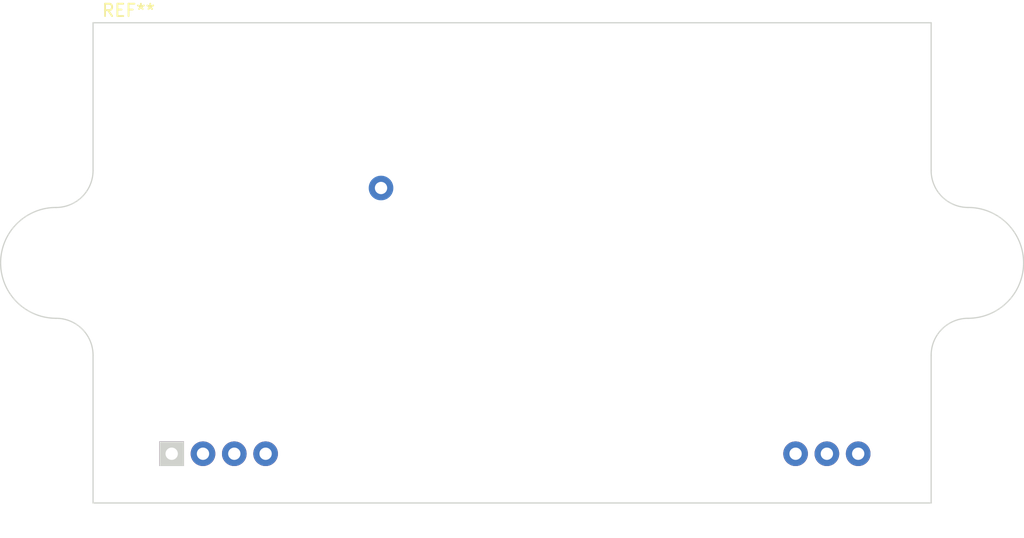
<source format=kicad_pcb>
(kicad_pcb (version 20240108) (generator "pcbnew") (generator_version "8.0")
  (layers (0 "F.Cu" signal) (1 "In1.Cu" signal) (2 "In2.Cu" signal) (31 "B.Cu" signal) (34 "B.Paste" user) (35 "F.Paste" user) (36 "B.SilkS" user "B.Silkscreen") (37 "F.SilkS" user "F.Silkscreen") (38 "B.Mask" user) (39 "F.Mask" user) (44 "Edge.Cuts" user))
  (net 0 "")
  (footprint "Audio_Module:Reverb_BTDR-1H" (layer "F.Cu") (at 142.24 81.28)
    (property "Reference" "REF**" (at -3.5 -36 0) (layer "F.SilkS"))
    (property "Value" "Reverb_BTDR-1H")
    (fp_line (start -6.38 -35) (end 61.62 -35) (stroke (width 0.1)) (layer "Edge.Cuts"))
    (fp_line (start -6.38 -23) (end -6.38 -35) (stroke (width 0.1)) (layer "Edge.Cuts"))
    (fp_line (start -6.38 -8) (end -6.38 4) (stroke (width 0.1)) (layer "Edge.Cuts"))
    (fp_line (start -6.38 4) (end 61.62 4) (stroke (width 0.1)) (layer "Edge.Cuts"))
    (fp_line (start 61.62 -35) (end 61.62 -23) (stroke (width 0.1)) (layer "Edge.Cuts"))
    (fp_line (start 61.62 -8) (end 61.62 4) (stroke (width 0.1)) (layer "Edge.Cuts"))
    (fp_arc (start -9.38 -11) (mid -13.88 -15.5) (end -9.38 -20) (stroke (width 0.1)) (layer "Edge.Cuts"))
    (fp_arc (start -9.38 -11) (mid -7.25868 -10.12132) (end -6.38 -8) (stroke (width 0.1)) (layer "Edge.Cuts"))
    (fp_arc (start -6.38 -23) (mid -7.25868 -20.87868) (end -9.38 -20) (stroke (width 0.1)) (layer "Edge.Cuts"))
    (fp_arc (start 61.62 -8) (mid 62.49868 -10.12132) (end 64.62 -11) (stroke (width 0.1)) (layer "Edge.Cuts"))
    (fp_arc (start 64.62 -20) (mid 62.49868 -20.87868) (end 61.62 -23) (stroke (width 0.1)) (layer "Edge.Cuts"))
    (fp_arc (start 64.62 -20) (mid 69.12 -15.5) (end 64.62 -11) (stroke (width 0.1)) (layer "Edge.Cuts"))
    (pad "" np_thru_hole circle (at -9.38 -15.5) (size 3.7 3.7) (drill 3.7) (layers "*.Cu" "*.Mask"))
    (pad "" np_thru_hole circle (at 64.62 -15.5) (size 3.7 3.7) (drill 3.7) (layers "*.Cu" "*.Mask"))
    (pad "1" thru_hole rect (at 0 0) (size 2 2) (drill 1) (layers "*.Cu" "*.Mask" "Edge.Cuts"))
    (pad "2" thru_hole circle (at 2.54 0) (size 2 2) (drill 1) (layers "*.Cu" "*.Mask"))
    (pad "3" thru_hole circle (at 5.08 0) (size 2 2) (drill 1) (layers "*.Cu" "*.Mask"))
    (pad "4" thru_hole circle (at 7.62 0) (size 2 2) (drill 1) (layers "*.Cu" "*.Mask"))
    (pad "5" thru_hole circle (at 50.62 0) (size 2 2) (drill 1) (layers "*.Cu" "*.Mask"))
    (pad "6" thru_hole circle (at 53.16 0) (size 2 2) (drill 1) (layers "*.Cu" "*.Mask"))
    (pad "7" thru_hole circle (at 55.7 0) (size 2 2) (drill 1) (layers "*.Cu" "*.Mask"))
  )
  (via blind (at 159.225 59.7) (size 2) (drill 1) (layers "In1.Cu" "B.Cu") (net 0))
)
</source>
